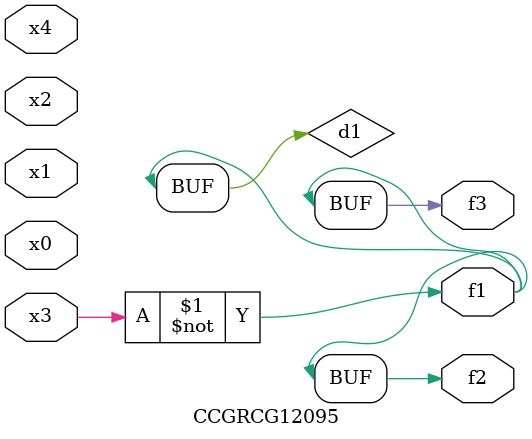
<source format=v>
module CCGRCG12095(
	input x0, x1, x2, x3, x4,
	output f1, f2, f3
);

	wire d1, d2;

	xnor (d1, x3);
	not (d2, x1);
	assign f1 = d1;
	assign f2 = d1;
	assign f3 = d1;
endmodule

</source>
